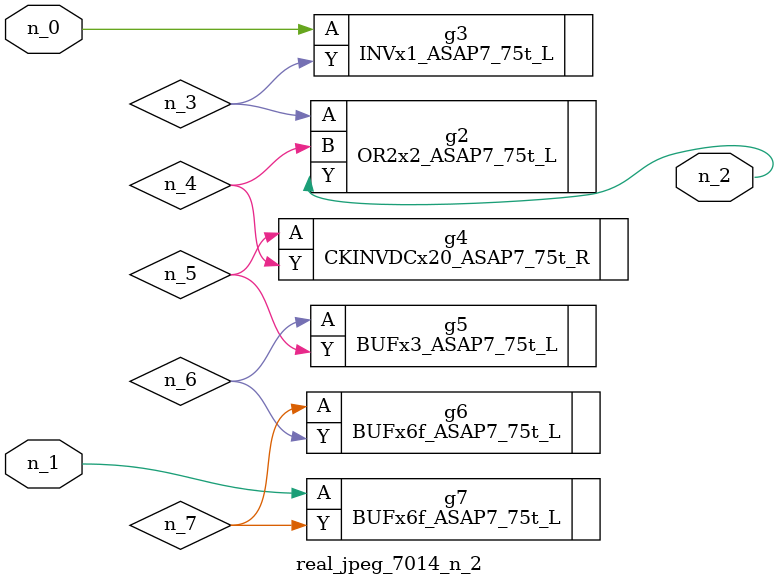
<source format=v>
module real_jpeg_7014_n_2 (n_1, n_0, n_2);

input n_1;
input n_0;

output n_2;

wire n_5;
wire n_4;
wire n_6;
wire n_7;
wire n_3;

INVx1_ASAP7_75t_L g3 ( 
.A(n_0),
.Y(n_3)
);

BUFx6f_ASAP7_75t_L g7 ( 
.A(n_1),
.Y(n_7)
);

OR2x2_ASAP7_75t_L g2 ( 
.A(n_3),
.B(n_4),
.Y(n_2)
);

CKINVDCx20_ASAP7_75t_R g4 ( 
.A(n_5),
.Y(n_4)
);

BUFx3_ASAP7_75t_L g5 ( 
.A(n_6),
.Y(n_5)
);

BUFx6f_ASAP7_75t_L g6 ( 
.A(n_7),
.Y(n_6)
);


endmodule
</source>
